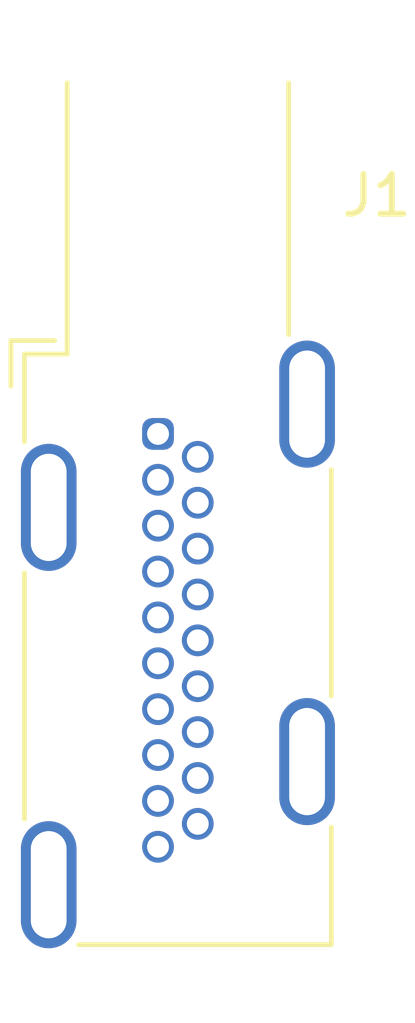
<source format=kicad_pcb>
(kicad_pcb (version 20221018) (generator pcbnew)
  (layers (0 "F.Cu" signal) (31 "B.Cu" signal) (34 "B.Paste" user) (35 "F.Paste" user) (36 "B.SilkS" user "B.Silkscreen") (37 "F.SilkS" user "F.Silkscreen") (38 "B.Mask" user) (39 "F.Mask" user) (44 "Edge.Cuts" user))
  (net 0 "")
  (footprint "Connector_HDMI:HDMI_A_Kycon_KDMIX-SL1-NS-WS-B15_VerticalRightAngle" (layer "F.Cu") (at 93 71.25)
    (fp_text reference "J1" (at 5.5 -6 180) (layer "F.SilkS"))
    (fp_text value "HDMI_A")
    (fp_line (start -3.7 -2.35) (end -3.7 -1.2) (stroke (width 0.12)) (layer "F.SilkS"))
    (fp_line (start -3.7 -2.35) (end -2.6 -2.35) (stroke (width 0.12)) (layer "F.SilkS"))
    (fp_line (start -3.36 -2.01) (end -3.36 0.2) (stroke (width 0.12)) (layer "F.SilkS"))
    (fp_line (start -3.36 9.7) (end -3.36 3.5) (stroke (width 0.12)) (layer "F.SilkS"))
    (fp_line (start -2.285 -8.84) (end -2.285 -2.01) (stroke (width 0.12)) (layer "F.SilkS"))
    (fp_line (start -2.285 -2.01) (end -3.36 -2.01) (stroke (width 0.12)) (layer "F.SilkS"))
    (fp_line (start 3.285 -8.84) (end 3.285 -2.5) (stroke (width 0.12)) (layer "F.SilkS"))
    (fp_line (start 4.36 6.6) (end 4.36 0.9) (stroke (width 0.12)) (layer "F.SilkS"))
    (fp_line (start 4.36 12.86) (end -2 12.86) (stroke (width 0.12)) (layer "F.SilkS"))
    (fp_line (start 4.36 12.86) (end 4.36 9.9) (stroke (width 0.12)) (layer "F.SilkS"))
    (pad "" np_thru_hole circle (at -1 -1.9 180) (size 1.7 1.7) (drill 1.7) (layers "*.Cu" "*.Mask"))
    (pad "" np_thru_hole circle (at 2.5 11.35 180) (size 1.7 1.7) (drill 1.7) (layers "*.Cu" "*.Mask"))
    (pad "1" thru_hole roundrect (at 0 0 180) (size 0.8 0.8) (drill 0.55) (layers "*.Cu" "*.Mask") (roundrect_rratio 0.3125))
    (pad "2" thru_hole circle (at 1 0.5775 180) (size 0.8 0.8) (drill 0.55) (layers "*.Cu" "*.Mask"))
    (pad "3" thru_hole circle (at 0 1.155 180) (size 0.8 0.8) (drill 0.55) (layers "*.Cu" "*.Mask"))
    (pad "4" thru_hole circle (at 1 1.7325 180) (size 0.8 0.8) (drill 0.55) (layers "*.Cu" "*.Mask"))
    (pad "5" thru_hole circle (at 0 2.31 180) (size 0.8 0.8) (drill 0.55) (layers "*.Cu" "*.Mask"))
    (pad "6" thru_hole circle (at 1 2.8875 180) (size 0.8 0.8) (drill 0.55) (layers "*.Cu" "*.Mask"))
    (pad "7" thru_hole circle (at 0 3.465 180) (size 0.8 0.8) (drill 0.55) (layers "*.Cu" "*.Mask"))
    (pad "8" thru_hole circle (at 1 4.0425 180) (size 0.8 0.8) (drill 0.55) (layers "*.Cu" "*.Mask"))
    (pad "9" thru_hole circle (at 0 4.62 180) (size 0.8 0.8) (drill 0.55) (layers "*.Cu" "*.Mask"))
    (pad "10" thru_hole circle (at 1 5.1975 180) (size 0.8 0.8) (drill 0.55) (layers "*.Cu" "*.Mask"))
    (pad "11" thru_hole circle (at 0 5.775 180) (size 0.8 0.8) (drill 0.55) (layers "*.Cu" "*.Mask"))
    (pad "12" thru_hole circle (at 1 6.3525 180) (size 0.8 0.8) (drill 0.55) (layers "*.Cu" "*.Mask"))
    (pad "13" thru_hole circle (at 0 6.93 180) (size 0.8 0.8) (drill 0.55) (layers "*.Cu" "*.Mask"))
    (pad "14" thru_hole circle (at 1 7.5075 180) (size 0.8 0.8) (drill 0.55) (layers "*.Cu" "*.Mask"))
    (pad "15" thru_hole circle (at 0 8.085 180) (size 0.8 0.8) (drill 0.55) (layers "*.Cu" "*.Mask"))
    (pad "16" thru_hole circle (at 1 8.6625 180) (size 0.8 0.8) (drill 0.55) (layers "*.Cu" "*.Mask"))
    (pad "17" thru_hole circle (at 0 9.24 180) (size 0.8 0.8) (drill 0.55) (layers "*.Cu" "*.Mask"))
    (pad "18" thru_hole circle (at 1 9.8175 180) (size 0.8 0.8) (drill 0.55) (layers "*.Cu" "*.Mask"))
    (pad "19" thru_hole circle (at 0 10.395 180) (size 0.8 0.8) (drill 0.55) (layers "*.Cu" "*.Mask"))
    (pad "SH" thru_hole oval (at -2.75 1.85 180) (size 1.4 3.2) (drill oval 0.9 2.7) (layers "*.Cu" "*.Mask"))
    (pad "SH" thru_hole oval (at -2.75 11.35 180) (size 1.4 3.2) (drill oval 0.9 2.7) (layers "*.Cu" "*.Mask"))
    (pad "SH" thru_hole oval (at 3.75 -0.75 180) (size 1.4 3.2) (drill oval 0.9 2.7) (layers "*.Cu" "*.Mask"))
    (pad "SH" thru_hole oval (at 3.75 8.25 180) (size 1.4 3.2) (drill oval 0.9 2.7) (layers "*.Cu" "*.Mask"))
  )
)
</source>
